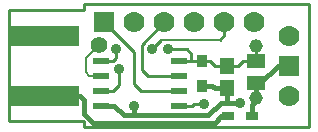
<source format=gtl>
G04 #@! TF.FileFunction,Copper,L1,Top,Signal*
%FSLAX46Y46*%
G04 Gerber Fmt 4.6, Leading zero omitted, Abs format (unit mm)*
G04 Created by KiCad (PCBNEW 0.201511011201+6288~30~ubuntu15.10.1-product) date Wed Nov  4 22:56:01 2015*
%MOMM*%
G01*
G04 APERTURE LIST*
%ADD10C,0.150000*%
%ADD11C,0.254000*%
%ADD12R,0.889000X1.016000*%
%ADD13R,1.143000X1.397000*%
%ADD14C,1.778000*%
%ADD15R,1.778000X1.778000*%
%ADD16R,1.016000X0.762000*%
%ADD17R,1.397000X0.508000*%
%ADD18C,1.397000*%
%ADD19R,1.498600X1.300480*%
%ADD20C,1.168400*%
%ADD21R,5.842000X1.778000*%
%ADD22C,0.889000*%
%ADD23C,0.381000*%
%ADD24C,0.203200*%
G04 APERTURE END LIST*
D10*
D11*
X31750000Y-25908000D02*
X31750000Y-25400000D01*
X25400000Y-25908000D02*
X31750000Y-25908000D01*
X31750000Y-35306000D02*
X31750000Y-35814000D01*
X25400000Y-35306000D02*
X31750000Y-35306000D01*
X25400000Y-35306000D02*
X25400000Y-25908000D01*
X50800000Y-35814000D02*
X31750000Y-35814000D01*
X50800000Y-25400000D02*
X50800000Y-35814000D01*
X31750000Y-25400000D02*
X50800000Y-25400000D01*
D12*
X41719500Y-30162500D03*
X41719500Y-32321500D03*
D13*
X43815000Y-30607000D03*
X43815000Y-32512000D03*
D14*
X49085500Y-33147000D03*
D15*
X33464500Y-26924000D03*
D14*
X36004500Y-26924000D03*
X38544500Y-26924000D03*
X41084500Y-26924000D03*
X43624500Y-26924000D03*
X46164500Y-26924000D03*
D15*
X49085500Y-30607000D03*
D14*
X49085500Y-28067000D03*
D16*
X45974000Y-34861500D03*
X43942000Y-34861500D03*
D17*
X39751000Y-30162500D03*
X39751000Y-31432500D03*
X39751000Y-32702500D03*
X39751000Y-33972500D03*
X33147000Y-33972500D03*
X33147000Y-32702500D03*
X33147000Y-31432500D03*
X33147000Y-30162500D03*
D18*
X33020000Y-28829000D03*
D19*
X46291500Y-30162500D03*
X46291500Y-32067500D03*
D20*
X46291500Y-33337500D03*
X46291500Y-28892500D03*
D21*
X28448000Y-33147000D03*
X28448000Y-28067000D03*
D22*
X38862000Y-29210000D03*
X41910000Y-33845500D03*
X34734500Y-30861000D03*
X34480500Y-29146500D03*
X37528500Y-29146500D03*
X44958000Y-33718500D03*
X35941000Y-33972500D03*
D23*
X46291500Y-33591500D02*
X45974000Y-33909000D01*
X45974000Y-33909000D02*
X45974000Y-34861500D01*
X48133000Y-30607000D02*
X49085500Y-30607000D01*
X46672500Y-32067500D02*
X48133000Y-30607000D01*
X46291500Y-32067500D02*
X46672500Y-32067500D01*
X46291500Y-32067500D02*
X46291500Y-33337500D01*
X46291500Y-32067500D02*
X46291500Y-33591500D01*
D11*
X40449500Y-29210000D02*
X38862000Y-29210000D01*
X41719500Y-30162500D02*
X42418000Y-30162500D01*
X40830500Y-29591000D02*
X40449500Y-29210000D01*
X40830500Y-30162500D02*
X41719500Y-30162500D01*
X39751000Y-30162500D02*
X40830500Y-30162500D01*
X45212000Y-30162500D02*
X44767500Y-30607000D01*
X44767500Y-30607000D02*
X43815000Y-30607000D01*
X46291500Y-30162500D02*
X45212000Y-30162500D01*
X46291500Y-30162500D02*
X46291500Y-28892500D01*
X40830500Y-30162500D02*
X40830500Y-29591000D01*
X42418000Y-30162500D02*
X42862500Y-30607000D01*
X42862500Y-30607000D02*
X43815000Y-30607000D01*
D24*
X32194500Y-31432500D02*
X31877000Y-31115000D01*
X31877000Y-31115000D02*
X31877000Y-29972000D01*
X31877000Y-29972000D02*
X33020000Y-28829000D01*
X33147000Y-31432500D02*
X32194500Y-31432500D01*
D11*
X36004500Y-29464000D02*
X36004500Y-32131000D01*
X39751000Y-32702500D02*
X36576000Y-32702500D01*
X36004500Y-32131000D02*
X36576000Y-32702500D01*
X36004500Y-29464000D02*
X33464500Y-26924000D01*
X41021000Y-33845500D02*
X40894000Y-33972500D01*
X41910000Y-33845500D02*
X41021000Y-33845500D01*
X40894000Y-33972500D02*
X39751000Y-33972500D01*
X34734500Y-32194500D02*
X34734500Y-30861000D01*
X34226500Y-32702500D02*
X34734500Y-32194500D01*
X33147000Y-32702500D02*
X34226500Y-32702500D01*
X43624500Y-28003500D02*
X43243500Y-28384500D01*
X34480500Y-29908500D02*
X34480500Y-29146500D01*
X43624500Y-28003500D02*
X43624500Y-26924000D01*
D24*
X43243500Y-28384500D02*
X38290500Y-28384500D01*
D11*
X33147000Y-30162500D02*
X34226500Y-30162500D01*
X34226500Y-30162500D02*
X34480500Y-29908500D01*
X38290500Y-28384500D02*
X37528500Y-29146500D01*
X36639500Y-28829000D02*
X38544500Y-26924000D01*
X36639500Y-30924500D02*
X37147500Y-31432500D01*
X36639500Y-28829000D02*
X36639500Y-30924500D01*
X39751000Y-31432500D02*
X37147500Y-31432500D01*
D23*
X42608500Y-32321500D02*
X41719500Y-32321500D01*
X43815000Y-32512000D02*
X42799000Y-32512000D01*
X43815000Y-33718500D02*
X43301920Y-33718500D01*
X42799000Y-32512000D02*
X42608500Y-32321500D01*
X35097720Y-34780220D02*
X34290000Y-33972500D01*
X35097720Y-34780220D02*
X35941000Y-34780220D01*
X33147000Y-33972500D02*
X34290000Y-33972500D01*
X44958000Y-33718500D02*
X43815000Y-33718500D01*
X42240200Y-34780220D02*
X35941000Y-34780220D01*
X43815000Y-32512000D02*
X43815000Y-33718500D01*
X35941000Y-33972500D02*
X35941000Y-34780220D01*
X43301920Y-33718500D02*
X42240200Y-34780220D01*
X31750000Y-33528000D02*
X31369000Y-33147000D01*
X31369000Y-33147000D02*
X30734000Y-33147000D01*
X43942000Y-34861500D02*
X43370500Y-34861500D01*
X31750000Y-34671000D02*
X32512000Y-35433000D01*
X42799000Y-35433000D02*
X32512000Y-35433000D01*
X43370500Y-34861500D02*
X42799000Y-35433000D01*
X31750000Y-34671000D02*
X31750000Y-33528000D01*
M02*

</source>
